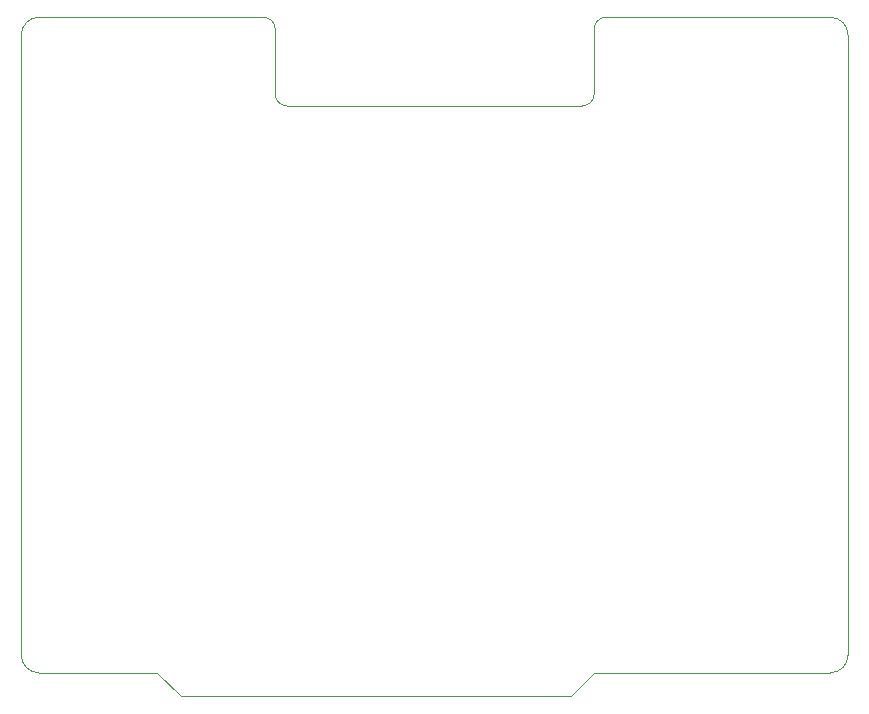
<source format=gm1>
G04 #@! TF.GenerationSoftware,KiCad,Pcbnew,7.0.11+1*
G04 #@! TF.CreationDate,2024-05-23T22:44:03+02:00*
G04 #@! TF.ProjectId,pcb_shield,7063625f-7368-4696-956c-642e6b696361,rev?*
G04 #@! TF.SameCoordinates,Original*
G04 #@! TF.FileFunction,Profile,NP*
%FSLAX46Y46*%
G04 Gerber Fmt 4.6, Leading zero omitted, Abs format (unit mm)*
G04 Created by KiCad (PCBNEW 7.0.11+1) date 2024-05-23 22:44:03*
%MOMM*%
%LPD*%
G01*
G04 APERTURE LIST*
G04 #@! TA.AperFunction,Profile*
%ADD10C,0.100000*%
G04 #@! TD*
G04 APERTURE END LIST*
D10*
X151000000Y-55500000D02*
X170000000Y-55500000D01*
X148000000Y-113000000D02*
X150000000Y-111000000D01*
X103000000Y-55500000D02*
G75*
G03*
X101500000Y-57000000I0J-1500000D01*
G01*
X150000000Y-62000000D02*
X150000000Y-56500000D01*
X123000000Y-56500000D02*
G75*
G03*
X122000000Y-55500000I-1000000J0D01*
G01*
X101500000Y-109500000D02*
G75*
G03*
X103000000Y-111000000I1500000J0D01*
G01*
X151000000Y-55500000D02*
G75*
G03*
X150000000Y-56500000I0J-1000000D01*
G01*
X170000000Y-111000000D02*
G75*
G03*
X171500000Y-109500000I0J1500000D01*
G01*
X123000000Y-56500000D02*
X123000000Y-62000000D01*
X149000000Y-63000000D02*
G75*
G03*
X150000000Y-62000000I0J1000000D01*
G01*
X171500000Y-57000000D02*
X171500000Y-109500000D01*
X115000000Y-113000000D02*
X148000000Y-113000000D01*
X171500000Y-57000000D02*
G75*
G03*
X170000000Y-55500000I-1500000J0D01*
G01*
X113000000Y-111000000D02*
X115000000Y-113000000D01*
X123000000Y-62000000D02*
G75*
G03*
X124000000Y-63000000I1000000J0D01*
G01*
X103000000Y-55500000D02*
X122000000Y-55500000D01*
X101500000Y-57000000D02*
X101500000Y-109500000D01*
X124000000Y-63000000D02*
X149000000Y-63000000D01*
X103000000Y-111000000D02*
X113000000Y-111000000D01*
X150000000Y-111000000D02*
X170000000Y-111000000D01*
M02*

</source>
